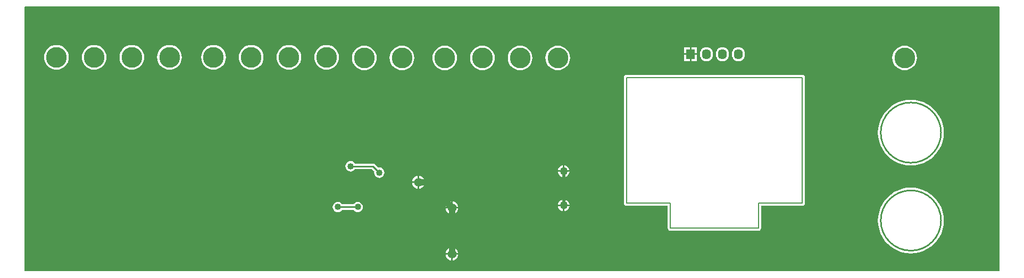
<source format=gtl>
%FSLAX25Y25*%
%MOIN*%
G70*
G01*
G75*
G04 Layer_Physical_Order=1*
G04 Layer_Color=255*
%ADD10C,0.01000*%
%ADD11C,0.04000*%
%ADD12C,0.02000*%
%ADD13C,0.00787*%
%ADD14C,0.12992*%
%ADD15O,0.05600X0.06400*%
%ADD16R,0.05600X0.06400*%
%ADD17C,0.04000*%
%ADD18C,0.05600*%
%ADD19C,0.05000*%
G36*
X610236Y0D02*
X0D01*
Y165354D01*
X610236D01*
Y0D01*
D02*
G37*
%LPC*%
G36*
X246000Y55000D02*
X242531D01*
X242603Y54456D01*
X243006Y53483D01*
X243647Y52647D01*
X244483Y52006D01*
X245456Y51603D01*
X246000Y51531D01*
Y55000D01*
D02*
G37*
G36*
X250469D02*
X247000D01*
Y51531D01*
X247544Y51603D01*
X248517Y52006D01*
X249353Y52647D01*
X249994Y53483D01*
X250397Y54456D01*
X250469Y55000D01*
D02*
G37*
G36*
X208500Y43228D02*
X207665Y43118D01*
X206886Y42795D01*
X206218Y42282D01*
X205797Y41733D01*
X198704D01*
X198282Y42282D01*
X197614Y42795D01*
X196835Y43118D01*
X196000Y43228D01*
X195165Y43118D01*
X194386Y42795D01*
X193718Y42282D01*
X193205Y41614D01*
X192882Y40835D01*
X192772Y40000D01*
X192882Y39165D01*
X193205Y38386D01*
X193718Y37718D01*
X194386Y37205D01*
X195165Y36882D01*
X196000Y36772D01*
X196835Y36882D01*
X197614Y37205D01*
X198282Y37718D01*
X198704Y38267D01*
X205797D01*
X206218Y37718D01*
X206886Y37205D01*
X207665Y36882D01*
X208500Y36772D01*
X209335Y36882D01*
X210114Y37205D01*
X210782Y37718D01*
X211295Y38386D01*
X211618Y39165D01*
X211728Y40000D01*
X211618Y40835D01*
X211295Y41614D01*
X210782Y42282D01*
X210114Y42795D01*
X209335Y43118D01*
X208500Y43228D01*
D02*
G37*
G36*
X337000Y44666D02*
X336534Y44605D01*
X335634Y44232D01*
X334861Y43639D01*
X334268Y42866D01*
X333895Y41966D01*
X333834Y41500D01*
X337000D01*
Y44666D01*
D02*
G37*
G36*
X338000D02*
Y41500D01*
X341166D01*
X341105Y41966D01*
X340732Y42866D01*
X340139Y43639D01*
X339366Y44232D01*
X338466Y44605D01*
X338000Y44666D01*
D02*
G37*
G36*
X246000Y59469D02*
X245456Y59397D01*
X244483Y58994D01*
X243647Y58353D01*
X243006Y57517D01*
X242603Y56544D01*
X242531Y56000D01*
X246000D01*
Y59469D01*
D02*
G37*
G36*
X341166Y62000D02*
X338000D01*
Y58834D01*
X338466Y58895D01*
X339366Y59268D01*
X340139Y59861D01*
X340732Y60634D01*
X341105Y61534D01*
X341166Y62000D01*
D02*
G37*
G36*
X337000Y66166D02*
X336534Y66105D01*
X335634Y65732D01*
X334861Y65139D01*
X334268Y64366D01*
X333895Y63466D01*
X333834Y63000D01*
X337000D01*
Y66166D01*
D02*
G37*
G36*
Y62000D02*
X333834D01*
X333895Y61534D01*
X334268Y60634D01*
X334861Y59861D01*
X335634Y59268D01*
X336534Y58895D01*
X337000Y58834D01*
Y62000D01*
D02*
G37*
G36*
X247000Y59469D02*
Y56000D01*
X250469D01*
X250397Y56544D01*
X249994Y57517D01*
X249353Y58353D01*
X248517Y58994D01*
X247544Y59397D01*
X247000Y59469D01*
D02*
G37*
G36*
X204000Y68728D02*
X203165Y68618D01*
X202386Y68295D01*
X201718Y67782D01*
X201205Y67114D01*
X200882Y66335D01*
X200772Y65500D01*
X200882Y64665D01*
X201205Y63886D01*
X201718Y63218D01*
X202386Y62705D01*
X203165Y62382D01*
X204000Y62272D01*
X204835Y62382D01*
X205614Y62705D01*
X206282Y63218D01*
X206703Y63767D01*
X217282D01*
X218863Y62186D01*
X218772Y61500D01*
X218882Y60665D01*
X219205Y59886D01*
X219718Y59218D01*
X220386Y58705D01*
X221165Y58382D01*
X222000Y58272D01*
X222835Y58382D01*
X223614Y58705D01*
X224282Y59218D01*
X224795Y59886D01*
X225118Y60665D01*
X225228Y61500D01*
X225118Y62335D01*
X224795Y63114D01*
X224282Y63782D01*
X223614Y64295D01*
X222835Y64618D01*
X222000Y64728D01*
X221314Y64637D01*
X219226Y66726D01*
X218663Y67101D01*
X218000Y67233D01*
X206703D01*
X206282Y67782D01*
X205614Y68295D01*
X204835Y68618D01*
X204000Y68728D01*
D02*
G37*
G36*
X268000Y43469D02*
Y40000D01*
X271469D01*
X271397Y40544D01*
X270994Y41517D01*
X270353Y42353D01*
X269517Y42994D01*
X268544Y43397D01*
X268000Y43469D01*
D02*
G37*
G36*
X267000Y14469D02*
X266456Y14397D01*
X265483Y13994D01*
X264647Y13353D01*
X264006Y12517D01*
X263603Y11544D01*
X263531Y11000D01*
X267000D01*
Y14469D01*
D02*
G37*
G36*
X268000D02*
Y11000D01*
X271469D01*
X271397Y11544D01*
X270994Y12517D01*
X270353Y13353D01*
X269517Y13994D01*
X268544Y14397D01*
X268000Y14469D01*
D02*
G37*
G36*
X555118Y52138D02*
X552424Y51961D01*
X549776Y51434D01*
X547219Y50567D01*
X544797Y49372D01*
X542552Y47872D01*
X540522Y46092D01*
X538742Y44062D01*
X537242Y41817D01*
X536048Y39395D01*
X535180Y36839D01*
X534653Y34190D01*
X534476Y31496D01*
X534653Y28802D01*
X535180Y26154D01*
X536048Y23597D01*
X537242Y21175D01*
X538742Y18930D01*
X540522Y16900D01*
X542552Y15120D01*
X544797Y13620D01*
X547219Y12426D01*
X549776Y11558D01*
X552424Y11031D01*
X555118Y10854D01*
X557812Y11031D01*
X560461Y11558D01*
X563017Y12426D01*
X565439Y13620D01*
X567684Y15120D01*
X569714Y16900D01*
X571494Y18930D01*
X572994Y21175D01*
X574189Y23597D01*
X575057Y26154D01*
X575583Y28802D01*
X575760Y31496D01*
X575583Y34190D01*
X575057Y36839D01*
X574189Y39395D01*
X572994Y41817D01*
X571494Y44062D01*
X569714Y46092D01*
X567684Y47872D01*
X565439Y49372D01*
X563017Y50567D01*
X560461Y51434D01*
X557812Y51961D01*
X555118Y52138D01*
D02*
G37*
G36*
X267000Y10000D02*
X263531D01*
X263603Y9456D01*
X264006Y8483D01*
X264647Y7647D01*
X265483Y7006D01*
X266456Y6603D01*
X267000Y6531D01*
Y10000D01*
D02*
G37*
G36*
X271469D02*
X268000D01*
Y6531D01*
X268544Y6603D01*
X269517Y7006D01*
X270353Y7647D01*
X270994Y8483D01*
X271397Y9456D01*
X271469Y10000D01*
D02*
G37*
G36*
X487126Y122767D02*
X376890D01*
X376268Y122643D01*
X375741Y122291D01*
X375389Y121764D01*
X375265Y121142D01*
Y42402D01*
X375389Y41780D01*
X375741Y41253D01*
X376268Y40900D01*
X376890Y40777D01*
X402824D01*
Y26654D01*
X402948Y26032D01*
X403300Y25505D01*
X403827Y25152D01*
X404449Y25029D01*
X459567D01*
X460189Y25152D01*
X460716Y25505D01*
X461068Y26032D01*
X461192Y26654D01*
X461192Y26654D01*
X461192Y26654D01*
Y26654D01*
Y40777D01*
X487126D01*
X487748Y40900D01*
X488275Y41253D01*
X488627Y41780D01*
X488751Y42401D01*
X488751Y42402D01*
X488751Y42402D01*
Y42402D01*
Y121142D01*
X488627Y121764D01*
X488275Y122291D01*
X487748Y122643D01*
X487126Y122767D01*
D02*
G37*
G36*
X341166Y40500D02*
X338000D01*
Y37334D01*
X338466Y37395D01*
X339366Y37768D01*
X340139Y38361D01*
X340732Y39134D01*
X341105Y40034D01*
X341166Y40500D01*
D02*
G37*
G36*
X267000Y43469D02*
X266456Y43397D01*
X265483Y42994D01*
X264647Y42353D01*
X264006Y41517D01*
X263603Y40544D01*
X263531Y40000D01*
X267000D01*
Y43469D01*
D02*
G37*
G36*
X337000Y40500D02*
X333834D01*
X333895Y40034D01*
X334268Y39134D01*
X334861Y38361D01*
X335634Y37768D01*
X336534Y37395D01*
X337000Y37334D01*
Y40500D01*
D02*
G37*
G36*
X267000Y39000D02*
X263531D01*
X263603Y38456D01*
X264006Y37483D01*
X264647Y36647D01*
X265483Y36006D01*
X266456Y35603D01*
X267000Y35531D01*
Y39000D01*
D02*
G37*
G36*
X271469D02*
X268000D01*
Y35531D01*
X268544Y35603D01*
X269517Y36006D01*
X270353Y36647D01*
X270994Y37483D01*
X271397Y38456D01*
X271469Y39000D01*
D02*
G37*
G36*
X165354Y141592D02*
X163846Y141443D01*
X162395Y141003D01*
X161058Y140288D01*
X159886Y139327D01*
X158924Y138155D01*
X158210Y136818D01*
X157770Y135367D01*
X157621Y133858D01*
X157770Y132350D01*
X158210Y130899D01*
X158924Y129562D01*
X159886Y128390D01*
X161058Y127428D01*
X162395Y126714D01*
X163846Y126274D01*
X165354Y126125D01*
X166863Y126274D01*
X168314Y126714D01*
X169651Y127428D01*
X170823Y128390D01*
X171784Y129562D01*
X172499Y130899D01*
X172939Y132350D01*
X173088Y133858D01*
X172939Y135367D01*
X172499Y136818D01*
X171784Y138155D01*
X170823Y139327D01*
X169651Y140288D01*
X168314Y141003D01*
X166863Y141443D01*
X165354Y141592D01*
D02*
G37*
G36*
X188976D02*
X187468Y141443D01*
X186017Y141003D01*
X184680Y140288D01*
X183508Y139327D01*
X182546Y138155D01*
X181832Y136818D01*
X181392Y135367D01*
X181243Y133858D01*
X181392Y132350D01*
X181832Y130899D01*
X182546Y129562D01*
X183508Y128390D01*
X184680Y127428D01*
X186017Y126714D01*
X187468Y126274D01*
X188976Y126125D01*
X190485Y126274D01*
X191936Y126714D01*
X193273Y127428D01*
X194445Y128390D01*
X195406Y129562D01*
X196121Y130899D01*
X196561Y132350D01*
X196710Y133858D01*
X196561Y135367D01*
X196121Y136818D01*
X195406Y138155D01*
X194445Y139327D01*
X193273Y140288D01*
X191936Y141003D01*
X190485Y141443D01*
X188976Y141592D01*
D02*
G37*
G36*
X427008Y140261D02*
X425964Y140124D01*
X424991Y139721D01*
X424155Y139080D01*
X423514Y138244D01*
X423111Y137271D01*
X422973Y136227D01*
Y135427D01*
X423111Y134383D01*
X423514Y133410D01*
X424155Y132574D01*
X424991Y131933D01*
X425964Y131530D01*
X427008Y131392D01*
X428052Y131530D01*
X429025Y131933D01*
X429861Y132574D01*
X430502Y133410D01*
X430905Y134383D01*
X431042Y135427D01*
Y136227D01*
X430905Y137271D01*
X430502Y138244D01*
X429861Y139080D01*
X429025Y139721D01*
X428052Y140124D01*
X427008Y140261D01*
D02*
G37*
G36*
X90551Y141592D02*
X89043Y141443D01*
X87592Y141003D01*
X86255Y140288D01*
X85083Y139327D01*
X84121Y138155D01*
X83407Y136818D01*
X82967Y135367D01*
X82818Y133858D01*
X82967Y132350D01*
X83407Y130899D01*
X84121Y129562D01*
X85083Y128390D01*
X86255Y127428D01*
X87592Y126714D01*
X89043Y126274D01*
X90551Y126125D01*
X92060Y126274D01*
X93511Y126714D01*
X94848Y127428D01*
X96019Y128390D01*
X96981Y129562D01*
X97696Y130899D01*
X98136Y132350D01*
X98285Y133858D01*
X98136Y135367D01*
X97696Y136818D01*
X96981Y138155D01*
X96019Y139327D01*
X94848Y140288D01*
X93511Y141003D01*
X92060Y141443D01*
X90551Y141592D01*
D02*
G37*
G36*
X118110D02*
X116602Y141443D01*
X115151Y141003D01*
X113814Y140288D01*
X112642Y139327D01*
X111680Y138155D01*
X110966Y136818D01*
X110526Y135367D01*
X110377Y133858D01*
X110526Y132350D01*
X110966Y130899D01*
X111680Y129562D01*
X112642Y128390D01*
X113814Y127428D01*
X115151Y126714D01*
X116602Y126274D01*
X118110Y126125D01*
X119619Y126274D01*
X121070Y126714D01*
X122407Y127428D01*
X123579Y128390D01*
X124540Y129562D01*
X125255Y130899D01*
X125695Y132350D01*
X125844Y133858D01*
X125695Y135367D01*
X125255Y136818D01*
X124540Y138155D01*
X123579Y139327D01*
X122407Y140288D01*
X121070Y141003D01*
X119619Y141443D01*
X118110Y141592D01*
D02*
G37*
G36*
X141732D02*
X140224Y141443D01*
X138773Y141003D01*
X137436Y140288D01*
X136264Y139327D01*
X135302Y138155D01*
X134588Y136818D01*
X134148Y135367D01*
X133999Y133858D01*
X134148Y132350D01*
X134588Y130899D01*
X135302Y129562D01*
X136264Y128390D01*
X137436Y127428D01*
X138773Y126714D01*
X140224Y126274D01*
X141732Y126125D01*
X143241Y126274D01*
X144692Y126714D01*
X146029Y127428D01*
X147201Y128390D01*
X148162Y129562D01*
X148877Y130899D01*
X149317Y132350D01*
X149466Y133858D01*
X149317Y135367D01*
X148877Y136818D01*
X148162Y138155D01*
X147201Y139327D01*
X146029Y140288D01*
X144692Y141003D01*
X143241Y141443D01*
X141732Y141592D01*
D02*
G37*
G36*
X421008Y135327D02*
X417508D01*
Y131427D01*
X421008D01*
Y135327D01*
D02*
G37*
G36*
X416508Y140227D02*
X413008D01*
Y136327D01*
X416508D01*
Y140227D01*
D02*
G37*
G36*
X421008D02*
X417508D01*
Y136327D01*
X421008D01*
Y140227D01*
D02*
G37*
G36*
X437008Y140261D02*
X435964Y140124D01*
X434991Y139721D01*
X434155Y139080D01*
X433514Y138244D01*
X433111Y137271D01*
X432973Y136227D01*
Y135427D01*
X433111Y134383D01*
X433514Y133410D01*
X434155Y132574D01*
X434991Y131933D01*
X435964Y131530D01*
X437008Y131392D01*
X438052Y131530D01*
X439025Y131933D01*
X439861Y132574D01*
X440502Y133410D01*
X440905Y134383D01*
X441042Y135427D01*
Y136227D01*
X440905Y137271D01*
X440502Y138244D01*
X439861Y139080D01*
X439025Y139721D01*
X438052Y140124D01*
X437008Y140261D01*
D02*
G37*
G36*
X447008D02*
X445964Y140124D01*
X444991Y139721D01*
X444155Y139080D01*
X443514Y138244D01*
X443111Y137271D01*
X442973Y136227D01*
Y135427D01*
X443111Y134383D01*
X443514Y133410D01*
X444155Y132574D01*
X444991Y131933D01*
X445964Y131530D01*
X447008Y131392D01*
X448052Y131530D01*
X449025Y131933D01*
X449861Y132574D01*
X450502Y133410D01*
X450905Y134383D01*
X451042Y135427D01*
Y136227D01*
X450905Y137271D01*
X450502Y138244D01*
X449861Y139080D01*
X449025Y139721D01*
X448052Y140124D01*
X447008Y140261D01*
D02*
G37*
G36*
X416508Y135327D02*
X413008D01*
Y131427D01*
X416508D01*
Y135327D01*
D02*
G37*
G36*
X286614Y141198D02*
X285105Y141049D01*
X283655Y140609D01*
X282318Y139895D01*
X281146Y138933D01*
X280184Y137761D01*
X279469Y136424D01*
X279029Y134973D01*
X278881Y133465D01*
X279029Y131956D01*
X279469Y130505D01*
X280184Y129168D01*
X281146Y127996D01*
X282318Y127035D01*
X283655Y126320D01*
X285105Y125880D01*
X286614Y125731D01*
X288123Y125880D01*
X289574Y126320D01*
X290911Y127035D01*
X292082Y127996D01*
X293044Y129168D01*
X293759Y130505D01*
X294199Y131956D01*
X294348Y133465D01*
X294199Y134973D01*
X293759Y136424D01*
X293044Y137761D01*
X292082Y138933D01*
X290911Y139895D01*
X289574Y140609D01*
X288123Y141049D01*
X286614Y141198D01*
D02*
G37*
G36*
X310236D02*
X308728Y141049D01*
X307277Y140609D01*
X305940Y139895D01*
X304768Y138933D01*
X303806Y137761D01*
X303092Y136424D01*
X302652Y134973D01*
X302503Y133465D01*
X302652Y131956D01*
X303092Y130505D01*
X303806Y129168D01*
X304768Y127996D01*
X305940Y127035D01*
X307277Y126320D01*
X308728Y125880D01*
X310236Y125731D01*
X311745Y125880D01*
X313196Y126320D01*
X314533Y127035D01*
X315704Y127996D01*
X316666Y129168D01*
X317381Y130505D01*
X317821Y131956D01*
X317969Y133465D01*
X317821Y134973D01*
X317381Y136424D01*
X316666Y137761D01*
X315704Y138933D01*
X314533Y139895D01*
X313196Y140609D01*
X311745Y141049D01*
X310236Y141198D01*
D02*
G37*
G36*
X333858D02*
X332350Y141049D01*
X330899Y140609D01*
X329562Y139895D01*
X328390Y138933D01*
X327428Y137761D01*
X326714Y136424D01*
X326274Y134973D01*
X326125Y133465D01*
X326274Y131956D01*
X326714Y130505D01*
X327428Y129168D01*
X328390Y127996D01*
X329562Y127035D01*
X330899Y126320D01*
X332350Y125880D01*
X333858Y125731D01*
X335367Y125880D01*
X336818Y126320D01*
X338155Y127035D01*
X339327Y127996D01*
X340288Y129168D01*
X341003Y130505D01*
X341443Y131956D01*
X341592Y133465D01*
X341443Y134973D01*
X341003Y136424D01*
X340288Y137761D01*
X339327Y138933D01*
X338155Y139895D01*
X336818Y140609D01*
X335367Y141049D01*
X333858Y141198D01*
D02*
G37*
G36*
X338000Y66166D02*
Y63000D01*
X341166D01*
X341105Y63466D01*
X340732Y64366D01*
X340139Y65139D01*
X339366Y65732D01*
X338466Y66105D01*
X338000Y66166D01*
D02*
G37*
G36*
X555118Y107256D02*
X552424Y107079D01*
X549776Y106553D01*
X547219Y105685D01*
X544797Y104490D01*
X542552Y102990D01*
X540522Y101210D01*
X538742Y99180D01*
X537242Y96935D01*
X536048Y94513D01*
X535180Y91957D01*
X534653Y89309D01*
X534476Y86614D01*
X534653Y83920D01*
X535180Y81272D01*
X536048Y78715D01*
X537242Y76293D01*
X538742Y74048D01*
X540522Y72018D01*
X542552Y70238D01*
X544797Y68738D01*
X547219Y67544D01*
X549776Y66676D01*
X552424Y66149D01*
X555118Y65972D01*
X557812Y66149D01*
X560461Y66676D01*
X563017Y67544D01*
X565439Y68738D01*
X567684Y70238D01*
X569714Y72018D01*
X571494Y74048D01*
X572994Y76293D01*
X574189Y78715D01*
X575057Y81272D01*
X575583Y83920D01*
X575760Y86614D01*
X575583Y89309D01*
X575057Y91957D01*
X574189Y94513D01*
X572994Y96935D01*
X571494Y99180D01*
X569714Y101210D01*
X567684Y102990D01*
X565439Y104490D01*
X563017Y105685D01*
X560461Y106553D01*
X557812Y107079D01*
X555118Y107256D01*
D02*
G37*
G36*
X262992Y141198D02*
X261483Y141049D01*
X260033Y140609D01*
X258696Y139895D01*
X257524Y138933D01*
X256562Y137761D01*
X255848Y136424D01*
X255407Y134973D01*
X255259Y133465D01*
X255407Y131956D01*
X255848Y130505D01*
X256562Y129168D01*
X257524Y127996D01*
X258696Y127035D01*
X260033Y126320D01*
X261483Y125880D01*
X262992Y125731D01*
X264501Y125880D01*
X265951Y126320D01*
X267288Y127035D01*
X268460Y127996D01*
X269422Y129168D01*
X270137Y130505D01*
X270577Y131956D01*
X270725Y133465D01*
X270577Y134973D01*
X270137Y136424D01*
X269422Y137761D01*
X268460Y138933D01*
X267288Y139895D01*
X265951Y140609D01*
X264501Y141049D01*
X262992Y141198D01*
D02*
G37*
G36*
X19685Y141592D02*
X18176Y141443D01*
X16726Y141003D01*
X15389Y140288D01*
X14217Y139327D01*
X13255Y138155D01*
X12540Y136818D01*
X12100Y135367D01*
X11952Y133858D01*
X12100Y132350D01*
X12540Y130899D01*
X13255Y129562D01*
X14217Y128390D01*
X15389Y127428D01*
X16726Y126714D01*
X18176Y126274D01*
X19685Y126125D01*
X21194Y126274D01*
X22645Y126714D01*
X23981Y127428D01*
X25153Y128390D01*
X26115Y129562D01*
X26830Y130899D01*
X27270Y132350D01*
X27418Y133858D01*
X27270Y135367D01*
X26830Y136818D01*
X26115Y138155D01*
X25153Y139327D01*
X23981Y140288D01*
X22645Y141003D01*
X21194Y141443D01*
X19685Y141592D01*
D02*
G37*
G36*
X43307D02*
X41798Y141443D01*
X40348Y141003D01*
X39011Y140288D01*
X37839Y139327D01*
X36877Y138155D01*
X36162Y136818D01*
X35722Y135367D01*
X35574Y133858D01*
X35722Y132350D01*
X36162Y130899D01*
X36877Y129562D01*
X37839Y128390D01*
X39011Y127428D01*
X40348Y126714D01*
X41798Y126274D01*
X43307Y126125D01*
X44816Y126274D01*
X46266Y126714D01*
X47603Y127428D01*
X48775Y128390D01*
X49737Y129562D01*
X50452Y130899D01*
X50892Y132350D01*
X51040Y133858D01*
X50892Y135367D01*
X50452Y136818D01*
X49737Y138155D01*
X48775Y139327D01*
X47603Y140288D01*
X46266Y141003D01*
X44816Y141443D01*
X43307Y141592D01*
D02*
G37*
G36*
X66929D02*
X65420Y141443D01*
X63970Y141003D01*
X62633Y140288D01*
X61461Y139327D01*
X60499Y138155D01*
X59785Y136818D01*
X59344Y135367D01*
X59196Y133858D01*
X59344Y132350D01*
X59785Y130899D01*
X60499Y129562D01*
X61461Y128390D01*
X62633Y127428D01*
X63970Y126714D01*
X65420Y126274D01*
X66929Y126125D01*
X68438Y126274D01*
X69889Y126714D01*
X71226Y127428D01*
X72397Y128390D01*
X73359Y129562D01*
X74074Y130899D01*
X74514Y132350D01*
X74662Y133858D01*
X74514Y135367D01*
X74074Y136818D01*
X73359Y138155D01*
X72397Y139327D01*
X71226Y140288D01*
X69889Y141003D01*
X68438Y141443D01*
X66929Y141592D01*
D02*
G37*
G36*
X212598Y141198D02*
X211090Y141049D01*
X209639Y140609D01*
X208302Y139895D01*
X207130Y138933D01*
X206168Y137761D01*
X205454Y136424D01*
X205014Y134973D01*
X204865Y133465D01*
X205014Y131956D01*
X205454Y130505D01*
X206168Y129168D01*
X207130Y127996D01*
X208302Y127035D01*
X209639Y126320D01*
X211090Y125880D01*
X212598Y125731D01*
X214107Y125880D01*
X215558Y126320D01*
X216895Y127035D01*
X218067Y127996D01*
X219028Y129168D01*
X219743Y130505D01*
X220183Y131956D01*
X220332Y133465D01*
X220183Y134973D01*
X219743Y136424D01*
X219028Y137761D01*
X218067Y138933D01*
X216895Y139895D01*
X215558Y140609D01*
X214107Y141049D01*
X212598Y141198D01*
D02*
G37*
G36*
X236221D02*
X234712Y141049D01*
X233261Y140609D01*
X231924Y139895D01*
X230752Y138933D01*
X229790Y137761D01*
X229076Y136424D01*
X228636Y134973D01*
X228487Y133465D01*
X228636Y131956D01*
X229076Y130505D01*
X229790Y129168D01*
X230752Y127996D01*
X231924Y127035D01*
X233261Y126320D01*
X234712Y125880D01*
X236221Y125731D01*
X237729Y125880D01*
X239180Y126320D01*
X240517Y127035D01*
X241689Y127996D01*
X242651Y129168D01*
X243365Y130505D01*
X243805Y131956D01*
X243954Y133465D01*
X243805Y134973D01*
X243365Y136424D01*
X242651Y137761D01*
X241689Y138933D01*
X240517Y139895D01*
X239180Y140609D01*
X237729Y141049D01*
X236221Y141198D01*
D02*
G37*
G36*
X551181D02*
X549672Y141049D01*
X548222Y140609D01*
X546885Y139895D01*
X545713Y138933D01*
X544751Y137761D01*
X544036Y136424D01*
X543596Y134973D01*
X543448Y133465D01*
X543596Y131956D01*
X544036Y130505D01*
X544751Y129168D01*
X545713Y127996D01*
X546885Y127035D01*
X548222Y126320D01*
X549672Y125880D01*
X551181Y125731D01*
X552690Y125880D01*
X554141Y126320D01*
X555478Y127035D01*
X556649Y127996D01*
X557611Y129168D01*
X558326Y130505D01*
X558766Y131956D01*
X558914Y133465D01*
X558766Y134973D01*
X558326Y136424D01*
X557611Y137761D01*
X556649Y138933D01*
X555478Y139895D01*
X554141Y140609D01*
X552690Y141049D01*
X551181Y141198D01*
D02*
G37*
%LPD*%
D10*
X218000Y65500D02*
X222000Y61500D01*
X204000Y65500D02*
X218000D01*
X196000Y40000D02*
X208500D01*
X574016Y31496D02*
G03*
X574016Y31496I-18898J0D01*
G01*
Y86614D02*
G03*
X574016Y86614I-18898J0D01*
G01*
D11*
X267500Y10500D02*
Y39500D01*
X246500Y55500D02*
X251500D01*
X267500Y39500D01*
D12*
X337500Y41000D02*
Y62500D01*
D13*
X404449Y26654D02*
X459567D01*
Y42402D01*
X463504D01*
X487126D01*
Y121142D01*
X376890D02*
X487126D01*
X376890Y42402D02*
Y121142D01*
Y42402D02*
X404449D01*
Y26654D02*
Y42402D01*
X0Y0D02*
Y165354D01*
X610236D01*
Y0D02*
Y165354D01*
X0Y0D02*
X610236D01*
D14*
X188976Y133858D02*
D03*
X165354D02*
D03*
X141732D02*
D03*
X118110D02*
D03*
X90551D02*
D03*
X66929D02*
D03*
X43307D02*
D03*
X19685D02*
D03*
X212598Y133465D02*
D03*
X236221D02*
D03*
X262992Y133465D02*
D03*
X286614D02*
D03*
X310236D02*
D03*
X333858D02*
D03*
X551181Y133465D02*
D03*
D15*
X447008Y135827D02*
D03*
X437008D02*
D03*
X427008D02*
D03*
D16*
X417008D02*
D03*
D17*
X222000Y61500D02*
D03*
X204000Y65500D02*
D03*
X196000Y40000D02*
D03*
X208500D02*
D03*
D18*
X267500Y10500D02*
D03*
X246500Y55500D02*
D03*
X267500Y39500D02*
D03*
D19*
X337500Y41000D02*
D03*
Y62500D02*
D03*
M02*

</source>
